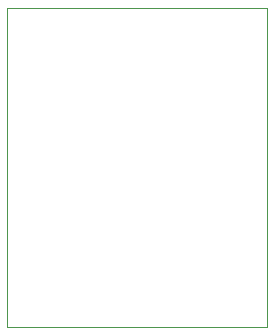
<source format=gm1>
G04 #@! TF.GenerationSoftware,KiCad,Pcbnew,(5.1.7)-1*
G04 #@! TF.CreationDate,2021-05-21T20:03:00+02:00*
G04 #@! TF.ProjectId,attinyDPS,61747469-6e79-4445-9053-2e6b69636164,rev?*
G04 #@! TF.SameCoordinates,Original*
G04 #@! TF.FileFunction,Profile,NP*
%FSLAX46Y46*%
G04 Gerber Fmt 4.6, Leading zero omitted, Abs format (unit mm)*
G04 Created by KiCad (PCBNEW (5.1.7)-1) date 2021-05-21 20:03:00*
%MOMM*%
%LPD*%
G01*
G04 APERTURE LIST*
G04 #@! TA.AperFunction,Profile*
%ADD10C,0.050000*%
G04 #@! TD*
G04 APERTURE END LIST*
D10*
X0Y27000000D02*
X0Y0D01*
X22000000Y27000000D02*
X0Y27000000D01*
X22000000Y0D02*
X22000000Y27000000D01*
X0Y0D02*
X22000000Y0D01*
M02*

</source>
